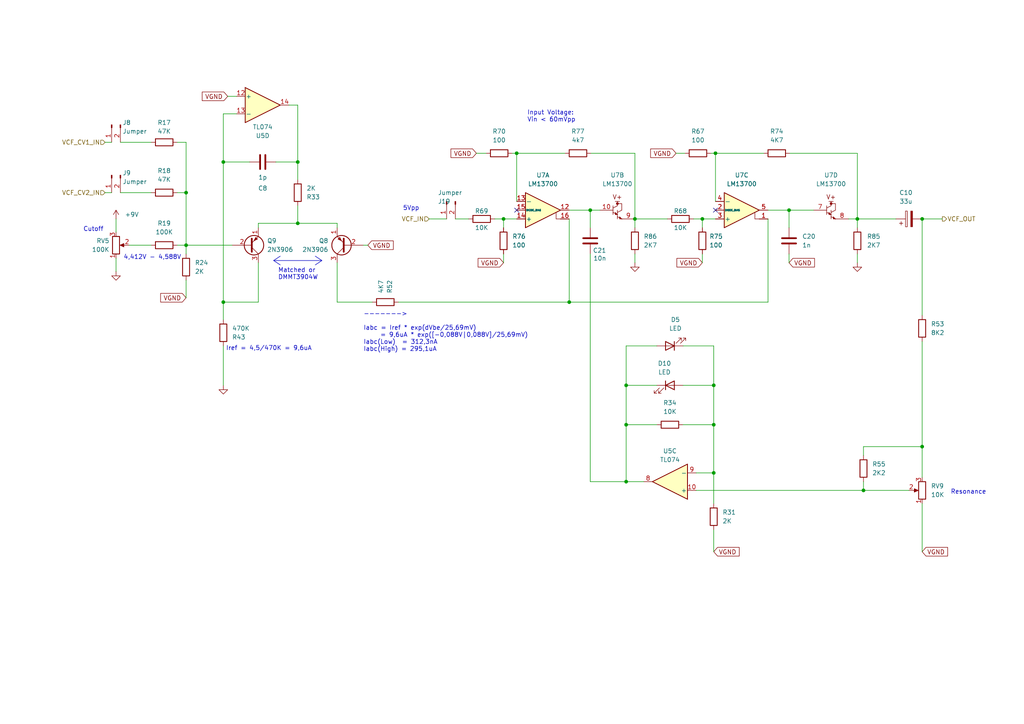
<source format=kicad_sch>
(kicad_sch (version 20230121) (generator eeschema)
  (paper "A4")
  (title_block (title "LivSynth - VCF") (date "2022-07-18") (rev "${Version}") (company "SloBlo Labs"))
  (lib_symbols
    (symbol "Amplifier_Operational:LM13700" (pin_names (offset 0.127))
      (property "Reference" "U" (at 3.81 5.08 0))
      (property "Value" "LM13700" (at 5.08 -5.08 0))
      (symbol "LM13700_1_1"
        (polyline (pts (xy 3.81 -0.635) (xy 3.81 -2.54) (xy 5.08 -2.54)))
        (polyline (pts (xy 5.08 0) (xy -5.08 -5.08) (xy -5.08 5.08) (xy 5.08 0)) (stroke (width 0.254)) (fill (type background)))
        (pin output line (at 7.62 0 180) (length 2.54) (name "~") (number "12"))
        (pin input line (at -7.62 2.54 0) (length 2.54) (name "-") (number "13"))
        (pin input line (at -7.62 -2.54 0) (length 2.54) (name "+") (number "14"))
        (pin input line (at -7.62 0 0) (length 2.54) (name "DIODE_BIAS") (number "15"))
        (pin input line (at 7.62 -2.54 180) (length 2.54) (name "~") (number "16"))
      )
      (symbol "LM13700_2_0"
        (polyline (pts (xy -1.905 2.54) (xy -3.175 2.54)))
      )
      (symbol "LM13700_2_1"
        (circle (center -2.54 1.905) (radius 0.254) (stroke (width 0.254)) (fill (type outline)))
        (polyline (pts (xy -3.81 -0.635) (xy -2.54 -1.27)))
        (polyline (pts (xy -3.81 1.27) (xy -3.81 -1.27)))
        (polyline (pts (xy -2.54 -1.905) (xy -1.27 -2.54)))
        (polyline (pts (xy -2.54 0) (xy -2.54 -2.54)))
        (polyline (pts (xy -3.81 0.635) (xy -2.54 1.27) (xy -2.54 1.905) (xy -2.54 2.54)))
        (polyline (pts (xy -2.54 -1.27) (xy -3.175 -0.635) (xy -3.175 -1.27) (xy -2.54 -1.27)) (fill (type outline)))
        (polyline (pts (xy -2.54 -0.635) (xy -1.27 0) (xy -1.27 1.905) (xy -2.54 1.905)))
        (polyline (pts (xy -1.27 -2.54) (xy -1.905 -1.905) (xy -1.905 -2.54) (xy -1.27 -2.54)) (fill (type outline)))
        (text "V+" (at -2.54 3.81 0) (effects (font (size 1.27 1.27))))
        (pin input line (at -7.62 0 0) (length 3.81) (name "~") (number "10"))
        (pin output line (at 2.54 -2.54 180) (length 3.81) (name "~") (number "9"))
      )
      (symbol "LM13700_3_1"
        (polyline (pts (xy 3.81 -0.635) (xy 3.81 -2.54) (xy 5.08 -2.54)))
        (polyline (pts (xy 5.08 0) (xy -5.08 -5.08) (xy -5.08 5.08) (xy 5.08 0)) (stroke (width 0.254)) (fill (type background)))
        (pin input line (at 7.62 -2.54 180) (length 2.54) (name "~") (number "1"))
        (pin input line (at -7.62 0 0) (length 2.54) (name "DIODE_BIAS") (number "2"))
        (pin input line (at -7.62 -2.54 0) (length 2.54) (name "+") (number "3"))
        (pin input line (at -7.62 2.54 0) (length 2.54) (name "-") (number "4"))
        (pin output line (at 7.62 0 180) (length 2.54) (name "~") (number "5"))
      )
      (symbol "LM13700_4_0"
        (polyline (pts (xy -3.175 2.54) (xy -1.905 2.54)))
        (text "V+" (at -2.54 3.81 0) (effects (font (size 1.27 1.27))))
      )
      (symbol "LM13700_4_1"
        (circle (center -2.54 1.905) (radius 0.254) (stroke (width 0.254)) (fill (type outline)))
        (polyline (pts (xy -3.81 -0.635) (xy -2.54 -1.27)))
        (polyline (pts (xy -3.81 1.27) (xy -3.81 -1.27)))
        (polyline (pts (xy -2.54 -1.905) (xy -1.27 -2.54)))
        (polyline (pts (xy -2.54 0) (xy -2.54 -2.54)))
        (polyline (pts (xy -3.81 0.635) (xy -2.54 1.27) (xy -2.54 2.54)))
        (polyline (pts (xy -2.54 -1.27) (xy -3.175 -0.635) (xy -3.175 -1.27) (xy -2.54 -1.27)) (fill (type outline)))
        (polyline (pts (xy -2.54 -0.635) (xy -1.27 0) (xy -1.27 1.905) (xy -2.54 1.905)))
        (polyline (pts (xy -1.27 -2.54) (xy -1.905 -1.905) (xy -1.905 -2.54) (xy -1.27 -2.54)) (fill (type outline)))
        (pin input line (at -7.62 0 0) (length 3.81) (name "~") (number "7"))
        (pin output line (at 2.54 -2.54 180) (length 3.81) (name "~") (number "8"))
      )
      (symbol "LM13700_5_1"
        (pin power_in line (at -2.54 7.62 270) (length 3.81) (name "V+") (number "11"))
        (pin power_in line (at -2.54 -7.62 90) (length 3.81) (name "V-") (number "6"))
      )
    )
    (symbol "Amplifier_Operational:TL074" (pin_names (offset 0.127))
      (property "Reference" "U" (at 0 5.08 0))
      (property "Value" "TL074" (at 0 -5.08 0))
      (symbol "TL074_1_1"
        (polyline (pts (xy -5.08 5.08) (xy 5.08 0) (xy -5.08 -5.08) (xy -5.08 5.08)) (stroke (width 0.254)) (fill (type background)))
        (pin output line (at 7.62 0 180) (length 2.54) (name "~") (number "1"))
        (pin input line (at -7.62 -2.54 0) (length 2.54) (name "-") (number "2"))
        (pin input line (at -7.62 2.54 0) (length 2.54) (name "+") (number "3"))
      )
      (symbol "TL074_2_1"
        (polyline (pts (xy -5.08 5.08) (xy 5.08 0) (xy -5.08 -5.08) (xy -5.08 5.08)) (stroke (width 0.254)) (fill (type background)))
        (pin input line (at -7.62 2.54 0) (length 2.54) (name "+") (number "5"))
        (pin input line (at -7.62 -2.54 0) (length 2.54) (name "-") (number "6"))
        (pin output line (at 7.62 0 180) (length 2.54) (name "~") (number "7"))
      )
      (symbol "TL074_3_1"
        (polyline (pts (xy -5.08 5.08) (xy 5.08 0) (xy -5.08 -5.08) (xy -5.08 5.08)) (stroke (width 0.254)) (fill (type background)))
        (pin input line (at -7.62 2.54 0) (length 2.54) (name "+") (number "10"))
        (pin output line (at 7.62 0 180) (length 2.54) (name "~") (number "8"))
        (pin input line (at -7.62 -2.54 0) (length 2.54) (name "-") (number "9"))
      )
      (symbol "TL074_4_1"
        (polyline (pts (xy -5.08 5.08) (xy 5.08 0) (xy -5.08 -5.08) (xy -5.08 5.08)) (stroke (width 0.254)) (fill (type background)))
        (pin input line (at -7.62 2.54 0) (length 2.54) (name "+") (number "12"))
        (pin input line (at -7.62 -2.54 0) (length 2.54) (name "-") (number "13"))
        (pin output line (at 7.62 0 180) (length 2.54) (name "~") (number "14"))
      )
      (symbol "TL074_5_1"
        (pin power_in line (at -2.54 -7.62 90) (length 3.81) (name "V-") (number "11"))
        (pin power_in line (at -2.54 7.62 270) (length 3.81) (name "V+") (number "4"))
      )
    )
    (symbol "Connector:Conn_01x02_Male" (pin_names (offset 1.016) hide)
      (property "Reference" "J" (at 0 2.54 0))
      (property "Value" "Conn_01x02_Male" (at 0 -5.08 0))
      (symbol "Conn_01x02_Male_1_1"
        (polyline (pts (xy 1.27 -2.54) (xy 0.8636 -2.54)) (stroke (width 0.1524)))
        (polyline (pts (xy 1.27 0) (xy 0.8636 0)) (stroke (width 0.1524)))
        (rectangle (start 0.8636 -2.413) (end 0 -2.667) (stroke (width 0.1524)) (fill (type outline)))
        (rectangle (start 0.8636 0.127) (end 0 -0.127) (stroke (width 0.1524)) (fill (type outline)))
        (pin passive line (at 5.08 0 180) (length 3.81) (name "Pin_1") (number "1"))
        (pin passive line (at 5.08 -2.54 180) (length 3.81) (name "Pin_2") (number "2"))
      )
    )
    (symbol "Device:C" (pin_numbers hide) (pin_names (offset 0.254))
      (property "Reference" "C" (at 0.635 2.54 0))
      (property "Value" "C" (at 0.635 -2.54 0))
      (symbol "C_0_1"
        (polyline (pts (xy -2.032 -0.762) (xy 2.032 -0.762)) (stroke (width 0.508)))
        (polyline (pts (xy -2.032 0.762) (xy 2.032 0.762)) (stroke (width 0.508)))
      )
      (symbol "C_1_1"
        (pin passive line (at 0 3.81 270) (length 2.794) (name "~") (number "1"))
        (pin passive line (at 0 -3.81 90) (length 2.794) (name "~") (number "2"))
      )
    )
    (symbol "Device:C_Polarized" (pin_numbers hide) (pin_names (offset 0.254))
      (property "Reference" "C" (at 0.635 2.54 0))
      (property "Value" "C_Polarized" (at 0.635 -2.54 0))
      (symbol "C_Polarized_0_1"
        (rectangle (start -2.286 0.508) (end 2.286 1.016))
        (polyline (pts (xy -1.778 2.286) (xy -0.762 2.286)))
        (polyline (pts (xy -1.27 2.794) (xy -1.27 1.778)))
        (rectangle (start 2.286 -0.508) (end -2.286 -1.016) (fill (type outline)))
      )
      (symbol "C_Polarized_1_1"
        (pin passive line (at 0 3.81 270) (length 2.794) (name "~") (number "1"))
        (pin passive line (at 0 -3.81 90) (length 2.794) (name "~") (number "2"))
      )
    )
    (symbol "Device:LED" (pin_numbers hide) (pin_names (offset 1.016) hide)
      (property "Reference" "D" (at 0 2.54 0))
      (property "Value" "LED" (at 0 -2.54 0))
      (symbol "LED_0_1"
        (polyline (pts (xy -1.27 -1.27) (xy -1.27 1.27)) (stroke (width 0.254)))
        (polyline (pts (xy -1.27 0) (xy 1.27 0)))
        (polyline (pts (xy 1.27 -1.27) (xy 1.27 1.27) (xy -1.27 0) (xy 1.27 -1.27)) (stroke (width 0.254)))
        (polyline (pts (xy -3.048 -0.762) (xy -4.572 -2.286) (xy -3.81 -2.286) (xy -4.572 -2.286) (xy -4.572 -1.524)))
        (polyline (pts (xy -1.778 -0.762) (xy -3.302 -2.286) (xy -2.54 -2.286) (xy -3.302 -2.286) (xy -3.302 -1.524)))
      )
      (symbol "LED_1_1"
        (pin passive line (at -3.81 0 0) (length 2.54) (name "K") (number "1"))
        (pin passive line (at 3.81 0 180) (length 2.54) (name "A") (number "2"))
      )
    )
    (symbol "Device:R" (pin_numbers hide) (pin_names (offset 0))
      (property "Reference" "R" (at 2.032 0 90))
      (property "Value" "R" (at 0 0 90))
      (symbol "R_0_1"
        (rectangle (start -1.016 -2.54) (end 1.016 2.54) (stroke (width 0.254)))
      )
      (symbol "R_1_1"
        (pin passive line (at 0 3.81 270) (length 1.27) (name "~") (number "1"))
        (pin passive line (at 0 -3.81 90) (length 1.27) (name "~") (number "2"))
      )
    )
    (symbol "Device:R_Potentiometer" (pin_names (offset 1.016) hide)
      (property "Reference" "RV" (at -4.445 0 90))
      (property "Value" "R_Potentiometer" (at -2.54 0 90))
      (symbol "R_Potentiometer_0_1"
        (polyline (pts (xy 2.54 0) (xy 1.524 0)))
        (polyline (pts (xy 1.143 0) (xy 2.286 0.508) (xy 2.286 -0.508) (xy 1.143 0)) (fill (type outline)))
        (rectangle (start 1.016 2.54) (end -1.016 -2.54) (stroke (width 0.254)))
      )
      (symbol "R_Potentiometer_1_1"
        (pin passive line (at 0 3.81 270) (length 1.27) (name "1") (number "1"))
        (pin passive line (at 3.81 0 180) (length 1.27) (name "2") (number "2"))
        (pin passive line (at 0 -3.81 90) (length 1.27) (name "3") (number "3"))
      )
    )
    (symbol "Transistor_BJT:2N3906" (pin_names (offset 0) hide)
      (property "Reference" "Q" (at 5.08 1.905 0))
      (property "Value" "2N3906" (at 5.08 0 0))
      (symbol "2N3906_0_1"
        (polyline (pts (xy 0.635 0.635) (xy 2.54 2.54)))
        (polyline (pts (xy 0.635 -0.635) (xy 2.54 -2.54) (xy 2.54 -2.54)))
        (polyline (pts (xy 0.635 1.905) (xy 0.635 -1.905) (xy 0.635 -1.905)) (stroke (width 0.508)))
        (polyline (pts (xy 2.286 -1.778) (xy 1.778 -2.286) (xy 1.27 -1.27) (xy 2.286 -1.778) (xy 2.286 -1.778)) (fill (type outline)))
        (circle (center 1.27 0) (radius 2.8194) (stroke (width 0.254)))
      )
      (symbol "2N3906_1_1"
        (pin passive line (at 2.54 -5.08 90) (length 2.54) (name "E") (number "1"))
        (pin input line (at -5.08 0 0) (length 5.715) (name "B") (number "2"))
        (pin passive line (at 2.54 5.08 270) (length 2.54) (name "C") (number "3"))
      )
    )
    (symbol "power:+9V" (power) (pin_names (offset 0))
      (property "Value" "+9V" (at 0 3.556 0))
      (symbol "+9V_0_1"
        (polyline (pts (xy -0.762 1.27) (xy 0 2.54)))
        (polyline (pts (xy 0 0) (xy 0 2.54)))
        (polyline (pts (xy 0 2.54) (xy 0.762 1.27)))
      )
      (symbol "+9V_1_1"
        (pin power_in line (at 0 0 90) (length 0) hide (name "+9V") (number "1"))
      )
    )
    (symbol "power:GND" (power) (pin_names (offset 0))
      (property "Value" "GND" (at 0 -3.81 0))
      (symbol "GND_0_1"
        (polyline (pts (xy 0 0) (xy 0 -1.27) (xy 1.27 -1.27) (xy 0 -2.54) (xy -1.27 -1.27) (xy 0 -1.27)))
      )
      (symbol "GND_1_1"
        (pin power_in line (at 0 0 270) (length 0) hide (name "GND") (number "1"))
      )
    )
  )
  (junction (at 207.518 44.45))
  (junction (at 149.86 44.45))
  (junction (at 181.61 111.76))
  (junction (at 207.01 137.16))
  (junction (at 165.1 87.63))
  (junction (at 184.15 63.5))
  (junction (at 86.36 64.77))
  (junction (at 207.01 111.76))
  (junction (at 207.01 123.19))
  (junction (at 181.61 139.7))
  (junction (at 53.975 71.12))
  (junction (at 64.77 46.99))
  (junction (at 53.975 55.88))
  (junction (at 171.196 60.96))
  (junction (at 86.36 46.99))
  (junction (at 203.708 63.5))
  (junction (at 267.462 63.5))
  (junction (at 267.462 129.54))
  (junction (at 181.61 123.19))
  (junction (at 228.854 60.96))
  (junction (at 64.77 87.63))
  (junction (at 250.444 142.24))
  (junction (at 146.05 63.5))
  (junction (at 248.666 63.5))
  (no_connect (at 149.86 60.96))
  (no_connect (at 207.518 60.96))
  (wire (pts (xy 171.45 44.45) (xy 184.15 44.45)))
  (wire (pts (xy 181.61 139.7) (xy 186.69 139.7)))
  (wire (pts (xy 190.5 111.76) (xy 181.61 111.76)))
  (wire (pts (xy 97.79 87.63) (xy 107.95 87.63)))
  (wire (pts (xy 207.01 123.19) (xy 207.01 137.16)))
  (wire (pts (xy 66.04 27.94) (xy 68.58 27.94)))
  (wire (pts (xy 34.925 55.88) (xy 43.815 55.88)))
  (wire (pts (xy 165.1 87.63) (xy 165.1 63.5)))
  (wire (pts (xy 64.77 33.02) (xy 68.58 33.02)))
  (wire (pts (xy 203.708 63.5) (xy 203.708 66.04)))
  (wire (pts (xy 267.462 146.05) (xy 267.462 160.02)))
  (wire (pts (xy 64.77 87.63) (xy 64.77 46.99)))
  (wire (pts (xy 53.975 81.28) (xy 53.975 86.36)))
  (wire (pts (xy 115.57 87.63) (xy 165.1 87.63)))
  (wire (pts (xy 51.435 71.12) (xy 53.975 71.12)))
  (wire (pts (xy 196.088 44.45) (xy 198.628 44.45)))
  (wire (pts (xy 86.36 64.77) (xy 86.36 59.69)))
  (wire (pts (xy 97.79 76.2) (xy 97.79 87.63)))
  (polyline (pts (xy 91.44 76.835) (xy 93.345 75.565)))
  (wire (pts (xy 228.854 66.04) (xy 228.854 60.96)))
  (wire (pts (xy 64.77 46.99) (xy 64.77 33.02)))
  (wire (pts (xy 171.196 60.96) (xy 173.99 60.96)))
  (wire (pts (xy 184.15 66.04) (xy 184.15 63.5)))
  (wire (pts (xy 80.01 46.99) (xy 86.36 46.99)))
  (wire (pts (xy 132.08 63.5) (xy 135.89 63.5)))
  (wire (pts (xy 51.435 41.275) (xy 53.975 41.275)))
  (wire (pts (xy 105.41 71.12) (xy 106.68 71.12)))
  (wire (pts (xy 198.12 123.19) (xy 207.01 123.19)))
  (wire (pts (xy 74.93 87.63) (xy 74.93 76.2)))
  (wire (pts (xy 207.01 100.33) (xy 207.01 111.76)))
  (wire (pts (xy 51.435 55.88) (xy 53.975 55.88)))
  (wire (pts (xy 64.77 46.99) (xy 72.39 46.99)))
  (wire (pts (xy 86.36 30.48) (xy 86.36 46.99)))
  (wire (pts (xy 198.12 111.76) (xy 207.01 111.76)))
  (wire (pts (xy 203.708 63.5) (xy 207.518 63.5)))
  (wire (pts (xy 201.93 142.24) (xy 250.444 142.24)))
  (wire (pts (xy 53.975 41.275) (xy 53.975 55.88)))
  (wire (pts (xy 181.61 111.76) (xy 181.61 123.19)))
  (polyline (pts (xy 81.28 74.295) (xy 79.375 75.565)))
  (wire (pts (xy 250.444 142.24) (xy 263.652 142.24)))
  (wire (pts (xy 203.708 73.66) (xy 203.708 76.2)))
  (wire (pts (xy 267.462 63.5) (xy 267.462 91.44)))
  (wire (pts (xy 74.93 66.04) (xy 74.93 64.77)))
  (polyline (pts (xy 79.375 75.565) (xy 81.28 76.835)))
  (wire (pts (xy 33.655 74.93) (xy 33.655 78.74)))
  (polyline (pts (xy 91.44 74.295) (xy 93.345 75.565)))
  (wire (pts (xy 267.462 99.06) (xy 267.462 129.54)))
  (wire (pts (xy 165.1 60.96) (xy 171.196 60.96)))
  (wire (pts (xy 228.854 73.66) (xy 228.854 76.2)))
  (wire (pts (xy 206.248 44.45) (xy 207.518 44.45)))
  (wire (pts (xy 30.48 41.275) (xy 32.385 41.275)))
  (wire (pts (xy 190.5 100.33) (xy 181.61 100.33)))
  (wire (pts (xy 97.79 64.77) (xy 97.79 66.04)))
  (wire (pts (xy 165.1 87.63) (xy 222.758 87.63)))
  (wire (pts (xy 171.196 60.96) (xy 171.196 66.04)))
  (wire (pts (xy 267.462 63.5) (xy 273.304 63.5)))
  (wire (pts (xy 53.975 71.12) (xy 53.975 73.66)))
  (wire (pts (xy 207.01 146.05) (xy 207.01 137.16)))
  (wire (pts (xy 250.444 129.54) (xy 250.444 132.08)))
  (wire (pts (xy 86.36 64.77) (xy 97.79 64.77)))
  (wire (pts (xy 248.666 63.5) (xy 248.666 66.04)))
  (wire (pts (xy 146.05 73.66) (xy 146.05 76.2)))
  (wire (pts (xy 149.86 44.45) (xy 163.83 44.45)))
  (wire (pts (xy 30.48 55.88) (xy 32.385 55.88)))
  (wire (pts (xy 64.77 111.76) (xy 64.77 100.33)))
  (wire (pts (xy 149.86 58.42) (xy 149.86 44.45)))
  (wire (pts (xy 53.975 55.88) (xy 53.975 71.12)))
  (wire (pts (xy 190.5 123.19) (xy 181.61 123.19)))
  (wire (pts (xy 33.655 63.5) (xy 33.655 67.31)))
  (wire (pts (xy 64.77 87.63) (xy 74.93 87.63)))
  (wire (pts (xy 184.15 73.66) (xy 184.15 76.2)))
  (wire (pts (xy 146.05 63.5) (xy 149.86 63.5)))
  (wire (pts (xy 207.518 44.45) (xy 221.488 44.45)))
  (wire (pts (xy 207.01 137.16) (xy 201.93 137.16)))
  (wire (pts (xy 138.176 44.45) (xy 140.97 44.45)))
  (wire (pts (xy 246.126 63.5) (xy 248.666 63.5)))
  (wire (pts (xy 74.93 64.77) (xy 86.36 64.77)))
  (wire (pts (xy 248.666 73.66) (xy 248.666 76.2)))
  (wire (pts (xy 34.925 41.275) (xy 43.815 41.275)))
  (wire (pts (xy 207.01 111.76) (xy 207.01 123.19)))
  (wire (pts (xy 37.465 71.12) (xy 43.815 71.12)))
  (wire (pts (xy 198.12 100.33) (xy 207.01 100.33)))
  (wire (pts (xy 83.82 30.48) (xy 86.36 30.48)))
  (wire (pts (xy 124.46 63.5) (xy 129.54 63.5)))
  (wire (pts (xy 228.854 60.96) (xy 222.758 60.96)))
  (wire (pts (xy 143.51 63.5) (xy 146.05 63.5)))
  (wire (pts (xy 228.854 60.96) (xy 235.966 60.96)))
  (wire (pts (xy 248.666 44.45) (xy 248.666 63.5)))
  (wire (pts (xy 184.15 44.45) (xy 184.15 63.5)))
  (wire (pts (xy 229.108 44.45) (xy 248.666 44.45)))
  (wire (pts (xy 207.518 58.42) (xy 207.518 44.45)))
  (wire (pts (xy 148.59 44.45) (xy 149.86 44.45)))
  (wire (pts (xy 207.01 153.67) (xy 207.01 160.02)))
  (wire (pts (xy 201.168 63.5) (xy 203.708 63.5)))
  (wire (pts (xy 250.444 139.7) (xy 250.444 142.24)))
  (wire (pts (xy 171.196 73.66) (xy 171.196 139.7)))
  (wire (pts (xy 248.666 63.5) (xy 259.842 63.5)))
  (wire (pts (xy 171.196 139.7) (xy 181.61 139.7)))
  (wire (pts (xy 267.462 129.54) (xy 267.462 138.43)))
  (polyline (pts (xy 79.375 75.565) (xy 93.345 75.565)))
  (wire (pts (xy 250.444 129.54) (xy 267.462 129.54)))
  (wire (pts (xy 64.77 92.71) (xy 64.77 87.63)))
  (wire (pts (xy 181.61 123.19) (xy 181.61 139.7)))
  (wire (pts (xy 146.05 66.04) (xy 146.05 63.5)))
  (wire (pts (xy 222.758 63.5) (xy 222.758 87.63)))
  (wire (pts (xy 86.36 46.99) (xy 86.36 52.07)))
  (wire (pts (xy 184.15 63.5) (xy 193.548 63.5)))
  (wire (pts (xy 53.975 71.12) (xy 67.31 71.12)))
  (wire (pts (xy 181.61 100.33) (xy 181.61 111.76)))
  (text "Iref = 4,5/470K = 9,6uA" (at 65.532 101.854 0) (effects (font (size 1.27 1.27)) (justify left bottom)))
  (text "5Vpp" (at 116.84 61.214 0) (effects (font (size 1.27 1.27)) (justify left bottom)))
  (text "4,412V - 4,588V" (at 35.814 75.438 0) (effects (font (size 1.27 1.27)) (justify left bottom)))
  (text "------->\n\nIabc = Iref * exp(dVbe/25,69mV)\n     = 9,6uA * exp([-0,088V|0,088V]/25,69mV)\nIabc(Low)  = 312,3nA\nIabc(High) = 295,1uA" (at 105.41 102.108 0) (effects (font (size 1.27 1.27)) (justify left bottom)))
  (text "Input Voltage:\nVin < 60mVpp" (at 152.908 35.56 0) (effects (font (size 1.27 1.27)) (justify left bottom)))
  (text "Resonance" (at 275.717 143.51 0) (effects (font (size 1.27 1.27)) (justify left bottom)))
  (text "Cutoff" (at 24.13 67.31 0) (effects (font (size 1.27 1.27)) (justify left bottom)))
  (text "Matched or\nDMMT3904W" (at 80.645 81.28 0) (effects (font (size 1.27 1.27)) (justify left bottom)))
  (global_label "VGND" (shape input) (at 203.708 76.2 180) (property "Intersheetrefs" "${INTERSHEET_REFS}" (effects hide)))
  (global_label "VGND" (shape input) (at 138.176 44.45 180) (property "Intersheetrefs" "${INTERSHEET_REFS}" (effects hide)))
  (global_label "VGND" (shape input) (at 228.854 76.2 0) (property "Intersheetrefs" "${INTERSHEET_REFS}" (effects hide)))
  (global_label "VGND" (shape input) (at 146.05 76.2 180) (property "Intersheetrefs" "${INTERSHEET_REFS}" (effects hide)))
  (global_label "VGND" (shape input) (at 66.04 27.94 180) (property "Intersheetrefs" "${INTERSHEET_REFS}" (effects hide)))
  (global_label "VGND" (shape input) (at 53.975 86.36 180) (property "Intersheetrefs" "${INTERSHEET_REFS}" (effects hide)))
  (global_label "VGND" (shape input) (at 267.462 160.02 0) (property "Intersheetrefs" "${INTERSHEET_REFS}" (effects hide)))
  (global_label "VGND" (shape input) (at 196.088 44.45 180) (property "Intersheetrefs" "${INTERSHEET_REFS}" (effects hide)))
  (global_label "VGND" (shape input) (at 106.68 71.12 0) (property "Intersheetrefs" "${INTERSHEET_REFS}" (effects hide)))
  (global_label "VGND" (shape input) (at 207.01 160.02 0) (property "Intersheetrefs" "${INTERSHEET_REFS}" (effects hide)))
  (hierarchical_label "VCF_IN" (shape input) (at 124.46 63.5 180))
  (hierarchical_label "VCF_OUT" (shape output) (at 273.304 63.5 0))
  (hierarchical_label "VCF_CV1_IN" (shape input) (at 30.48 41.275 180))
  (hierarchical_label "VCF_CV2_IN" (shape input) (at 30.48 55.88 180))
  (symbol (lib_id "Device:R_Potentiometer") (at 33.655 71.12 0) (mirror x) (unit 1)
    (property "Reference" "RV5" (at 31.75 69.8499 0) (effects (justify right)))
    (property "Value" "100K" (at 31.75 72.3899 0) (effects (justify right)))
    (property "Footprint" "SloBlo:RV141F-40-20BL" (effects hide))
  )
  (symbol (lib_id "power:GND") (at 248.666 76.2 0) (unit 1)
    (property "Reference" "#PWR053" (effects hide))
    (property "Value" "GND" (effects hide))
  )
  (symbol (lib_id "Device:R") (at 47.625 41.275 90) (unit 1)
    (property "Reference" "R17" (at 47.625 35.56 90))
    (property "Value" "47K" (at 47.625 38.1 90))
    (property "Footprint" "Resistor_THT:R_Axial_DIN0207_L6.3mm_D2.5mm_P7.62mm_Horizontal" (effects hide))
  )
  (symbol (lib_id "Device:C_Polarized") (at 263.652 63.5 90) (unit 1)
    (property "Reference" "C10" (at 262.763 55.88 90))
    (property "Value" "33u" (at 262.763 58.42 90))
    (property "Footprint" "Capacitor_THT:CP_Radial_D8.0mm_P3.50mm" (effects hide))
  )
  (symbol (lib_id "Device:C") (at 76.2 46.99 90) (mirror x) (unit 1)
    (property "Reference" "C8" (at 76.2 54.61 90))
    (property "Value" "1p" (at 76.2 51.435 90))
    (property "Footprint" "Capacitor_THT:C_Disc_D3.0mm_W1.6mm_P2.50mm" (effects hide))
  )
  (symbol (lib_id "Device:LED") (at 194.31 100.33 180) (unit 1)
    (property "Reference" "D5" (at 195.8975 92.71 0))
    (property "Value" "LED" (at 195.8975 95.25 0))
    (property "Footprint" "LED_THT:LED_D5.0mm" (effects hide))
  )
  (symbol (lib_id "Device:R") (at 111.76 87.63 270) (mirror x) (unit 1)
    (property "Reference" "R52" (at 113.0301 85.09 0) (effects (justify left)))
    (property "Value" "4K7" (at 110.49 85.09 0) (effects (justify left)))
    (property "Footprint" "Resistor_THT:R_Axial_DIN0207_L6.3mm_D2.5mm_P7.62mm_Horizontal" (effects hide))
  )
  (symbol (lib_id "Amplifier_Operational:TL074") (at 76.2 30.48 0) (unit 4)
    (property "Reference" "U5" (at 76.2 39.37 0))
    (property "Value" "TL074" (at 76.2 36.83 0))
    (property "Footprint" "Package_SO:SOIC-14_3.9x8.7mm_P1.27mm" (effects hide))
    (property "Datasheet" "http://www.ti.com/lit/ds/symlink/tl071.pdf" (effects hide))
    (property "LCSC" "C2057504" (effects hide))
  )
  (symbol (lib_id "Device:R") (at 139.7 63.5 90) (unit 1)
    (property "Reference" "R69" (at 139.7 61.214 90))
    (property "Value" "10K" (at 139.7 66.04 90))
    (property "Footprint" "Resistor_THT:R_Axial_DIN0207_L6.3mm_D2.5mm_P7.62mm_Horizontal" (effects hide))
  )
  (symbol (lib_id "Transistor_BJT:2N3906") (at 100.33 71.12 180) (unit 1)
    (property "Reference" "Q8" (at 95.25 69.8499 0) (effects (justify left)))
    (property "Value" "2N3906" (at 95.25 72.3899 0) (effects (justify left)))
    (property "Footprint" "Package_TO_SOT_THT:TO-92_Inline" (effects hide))
    (property "Datasheet" "https://www.onsemi.com/pub/Collateral/2N3906-D.PDF" (effects hide))
  )
  (symbol (lib_id "power:+9V") (at 33.655 63.5 0) (mirror y) (unit 1)
    (property "Reference" "#PWR051" (effects hide))
    (property "Value" "+9V" (at 36.195 62.2299 0) (effects (justify right)))
  )
  (symbol (lib_id "Device:R") (at 250.444 135.89 0) (unit 1)
    (property "Reference" "R55" (at 252.984 134.6199 0) (effects (justify left)))
    (property "Value" "2K2" (at 252.984 137.1599 0) (effects (justify left)))
    (property "Footprint" "Resistor_THT:R_Axial_DIN0207_L6.3mm_D2.5mm_P7.62mm_Horizontal" (effects hide))
  )
  (symbol (lib_id "Connector:Conn_01x02_Male") (at 129.54 58.42 90) (mirror x) (unit 1)
    (property "Reference" "J19" (at 127 58.42 90) (effects (justify right)))
    (property "Value" "Jumper" (at 127 55.88 90) (effects (justify right)))
    (property "Footprint" "Connector_PinHeader_2.54mm:PinHeader_1x02_P2.54mm_Vertical" (effects hide))
  )
  (symbol (lib_id "Device:C") (at 171.196 69.85 0) (unit 1)
    (property "Reference" "C21" (at 171.958 72.644 0) (effects (justify left)))
    (property "Value" "10n" (at 172.085 74.93 0) (effects (justify left)))
    (property "Footprint" "Capacitor_THT:C_Rect_L7.2mm_W2.5mm_P5.00mm_FKS2_FKP2_MKS2_MKP2" (effects hide))
  )
  (symbol (lib_id "Device:R") (at 225.298 44.45 90) (unit 1)
    (property "Reference" "R74" (at 225.298 38.1 90))
    (property "Value" "4K7" (at 225.298 40.64 90))
    (property "Footprint" "Resistor_THT:R_Axial_DIN0207_L6.3mm_D2.5mm_P7.62mm_Horizontal" (effects hide))
  )
  (symbol (lib_id "Device:R") (at 47.625 55.88 90) (unit 1)
    (property "Reference" "R18" (at 47.625 49.53 90))
    (property "Value" "47K" (at 47.625 52.07 90))
    (property "Footprint" "Resistor_THT:R_Axial_DIN0207_L6.3mm_D2.5mm_P7.62mm_Horizontal" (effects hide))
  )
  (symbol (lib_id "Device:R") (at 194.31 123.19 90) (unit 1)
    (property "Reference" "R34" (at 194.31 116.84 90))
    (property "Value" "10K" (at 194.31 119.38 90))
    (property "Footprint" "Resistor_THT:R_Axial_DIN0207_L6.3mm_D2.5mm_P7.62mm_Horizontal" (effects hide))
  )
  (symbol (lib_id "Device:R") (at 202.438 44.45 270) (unit 1)
    (property "Reference" "R67" (at 202.438 38.1 90))
    (property "Value" "100" (at 202.438 40.64 90))
    (property "Footprint" "Resistor_THT:R_Axial_DIN0207_L6.3mm_D2.5mm_P7.62mm_Horizontal" (effects hide))
  )
  (symbol (lib_id "Device:R") (at 203.708 69.85 180) (unit 1)
    (property "Reference" "R75" (at 205.74 68.5799 0) (effects (justify right)))
    (property "Value" "100" (at 205.74 71.1199 0) (effects (justify right)))
    (property "Footprint" "Resistor_THT:R_Axial_DIN0207_L6.3mm_D2.5mm_P7.62mm_Horizontal" (effects hide))
  )
  (symbol (lib_id "Amplifier_Operational:LM13700") (at 243.586 60.96 0) (unit 4)
    (property "Reference" "U7" (at 241.046 50.8 0))
    (property "Value" "LM13700" (at 241.046 53.34 0))
    (property "Footprint" "Package_SO:SOP-16_3.9x9.9mm_P1.27mm" (effects hide))
    (property "Datasheet" "http://www.ti.com/lit/ds/symlink/lm13700.pdf" (effects hide))
    (property "LCSC" "C4370932" (effects hide))
  )
  (symbol (lib_id "Connector:Conn_01x02_Male") (at 32.385 36.195 90) (mirror x) (unit 1)
    (property "Reference" "J8" (at 35.56 35.56 90) (effects (justify right)))
    (property "Value" "Jumper" (at 35.56 38.1 90) (effects (justify right)))
    (property "Footprint" "Connector_PinHeader_2.54mm:PinHeader_1x02_P2.54mm_Vertical" (effects hide))
  )
  (symbol (lib_id "Device:R") (at 197.358 63.5 90) (unit 1)
    (property "Reference" "R68" (at 197.358 61.214 90))
    (property "Value" "10K" (at 197.358 66.04 90))
    (property "Footprint" "Resistor_THT:R_Axial_DIN0207_L6.3mm_D2.5mm_P7.62mm_Horizontal" (effects hide))
  )
  (symbol (lib_id "Device:C") (at 228.854 69.85 0) (unit 1)
    (property "Reference" "C20" (at 232.664 68.5799 0) (effects (justify left)))
    (property "Value" "1n" (at 232.664 71.1199 0) (effects (justify left)))
    (property "Footprint" "Capacitor_THT:C_Rect_L7.2mm_W2.5mm_P5.00mm_FKS2_FKP2_MKS2_MKP2" (effects hide))
  )
  (symbol (lib_id "Connector:Conn_01x02_Male") (at 32.385 50.8 90) (mirror x) (unit 1)
    (property "Reference" "J9" (at 35.56 50.165 90) (effects (justify right)))
    (property "Value" "Jumper" (at 35.56 52.705 90) (effects (justify right)))
    (property "Footprint" "Connector_PinHeader_2.54mm:PinHeader_1x02_P2.54mm_Vertical" (effects hide))
  )
  (symbol (lib_id "Device:R") (at 146.05 69.85 180) (unit 1)
    (property "Reference" "R76" (at 148.59 68.5799 0) (effects (justify right)))
    (property "Value" "100" (at 148.59 71.1199 0) (effects (justify right)))
    (property "Footprint" "Resistor_THT:R_Axial_DIN0207_L6.3mm_D2.5mm_P7.62mm_Horizontal" (effects hide))
  )
  (symbol (lib_id "Device:R") (at 184.15 69.85 180) (unit 1)
    (property "Reference" "R86" (at 186.69 68.5799 0) (effects (justify right)))
    (property "Value" "2K7" (at 186.69 71.1199 0) (effects (justify right)))
    (property "Footprint" "Resistor_THT:R_Axial_DIN0207_L6.3mm_D2.5mm_P7.62mm_Horizontal" (effects hide))
  )
  (symbol (lib_id "Device:R") (at 248.666 69.85 180) (unit 1)
    (property "Reference" "R85" (at 251.46 68.5799 0) (effects (justify right)))
    (property "Value" "2K7" (at 251.46 71.1199 0) (effects (justify right)))
    (property "Footprint" "Resistor_THT:R_Axial_DIN0207_L6.3mm_D2.5mm_P7.62mm_Horizontal" (effects hide))
  )
  (symbol (lib_id "power:GND") (at 33.655 78.74 0) (unit 1)
    (property "Reference" "#PWR054" (effects hide))
    (property "Value" "GND" (effects hide))
  )
  (symbol (lib_id "Amplifier_Operational:LM13700") (at 181.61 60.96 0) (unit 2)
    (property "Reference" "U7" (at 179.07 50.8 0))
    (property "Value" "LM13700" (at 179.07 53.34 0))
    (property "Footprint" "Package_SO:SOP-16_3.9x9.9mm_P1.27mm" (effects hide))
    (property "Datasheet" "http://www.ti.com/lit/ds/symlink/lm13700.pdf" (effects hide))
    (property "LCSC" "C4370932" (effects hide))
  )
  (symbol (lib_id "power:GND") (at 184.15 76.2 0) (unit 1)
    (property "Reference" "#PWR052" (effects hide))
    (property "Value" "GND" (effects hide))
  )
  (symbol (lib_id "Device:R") (at 47.625 71.12 90) (unit 1)
    (property "Reference" "R19" (at 47.625 64.77 90))
    (property "Value" "100K" (at 47.625 67.31 90))
    (property "Footprint" "Resistor_THT:R_Axial_DIN0207_L6.3mm_D2.5mm_P7.62mm_Horizontal" (effects hide))
  )
  (symbol (lib_id "Device:R") (at 86.36 55.88 0) (mirror x) (unit 1)
    (property "Reference" "R33" (at 88.9 57.1501 0) (effects (justify left)))
    (property "Value" "2K" (at 88.9 54.6101 0) (effects (justify left)))
    (property "Footprint" "Resistor_THT:R_Axial_DIN0207_L6.3mm_D2.5mm_P7.62mm_Horizontal" (effects hide))
  )
  (symbol (lib_id "Device:LED") (at 194.31 111.76 0) (unit 1)
    (property "Reference" "D10" (at 192.7225 105.41 0))
    (property "Value" "LED" (at 192.7225 107.95 0))
    (property "Footprint" "LED_THT:LED_D5.0mm" (effects hide))
  )
  (symbol (lib_id "Device:R") (at 64.77 96.52 0) (mirror x) (unit 1)
    (property "Reference" "R43" (at 67.31 97.7901 0) (effects (justify left)))
    (property "Value" "470K" (at 67.31 95.25 0) (effects (justify left)))
    (property "Footprint" "Resistor_THT:R_Axial_DIN0207_L6.3mm_D2.5mm_P7.62mm_Horizontal" (effects hide))
  )
  (symbol (lib_id "Device:R") (at 207.01 149.86 0) (unit 1)
    (property "Reference" "R31" (at 209.55 148.5899 0) (effects (justify left)))
    (property "Value" "2K" (at 209.55 151.1299 0) (effects (justify left)))
    (property "Footprint" "Resistor_THT:R_Axial_DIN0207_L6.3mm_D2.5mm_P7.62mm_Horizontal" (effects hide))
  )
  (symbol (lib_id "power:GND") (at 64.77 111.76 0) (unit 1)
    (property "Reference" "#PWR055" (effects hide))
    (property "Value" "GND" (effects hide))
  )
  (symbol (lib_id "Device:R") (at 53.975 77.47 0) (unit 1)
    (property "Reference" "R24" (at 56.515 76.1999 0) (effects (justify left)))
    (property "Value" "2K" (at 56.515 78.7399 0) (effects (justify left)))
    (property "Footprint" "Resistor_THT:R_Axial_DIN0207_L6.3mm_D2.5mm_P7.62mm_Horizontal" (effects hide))
  )
  (symbol (lib_id "Device:R_Potentiometer") (at 267.462 142.24 180) (unit 1)
    (property "Reference" "RV9" (at 270.002 140.9699 0) (effects (justify right)))
    (property "Value" "10K" (at 270.002 143.5099 0) (effects (justify right)))
    (property "Footprint" "SloBlo:RV141F-40-20BL" (effects hide))
  )
  (symbol (lib_id "Device:R") (at 144.78 44.45 270) (unit 1)
    (property "Reference" "R70" (at 144.78 38.1 90))
    (property "Value" "100" (at 144.78 40.64 90))
    (property "Footprint" "Resistor_THT:R_Axial_DIN0207_L6.3mm_D2.5mm_P7.62mm_Horizontal" (effects hide))
  )
  (symbol (lib_id "Amplifier_Operational:TL074") (at 194.31 139.7 180) (unit 3)
    (property "Reference" "U5" (at 194.31 130.81 0))
    (property "Value" "TL074" (at 194.31 133.35 0))
    (property "Footprint" "Package_SO:SOIC-14_3.9x8.7mm_P1.27mm" (effects hide))
    (property "Datasheet" "http://www.ti.com/lit/ds/symlink/tl071.pdf" (effects hide))
    (property "LCSC" "C2057504" (effects hide))
  )
  (symbol (lib_id "Amplifier_Operational:LM13700") (at 157.48 60.96 0) (unit 1)
    (property "Reference" "U7" (at 157.48 50.8 0))
    (property "Value" "LM13700" (at 157.48 53.34 0))
    (property "Footprint" "Package_SO:SOP-16_3.9x9.9mm_P1.27mm" (effects hide))
    (property "Datasheet" "http://www.ti.com/lit/ds/symlink/lm13700.pdf" (effects hide))
    (property "LCSC" "C4370932" (effects hide))
  )
  (symbol (lib_id "Transistor_BJT:2N3906") (at 72.39 71.12 0) (mirror x) (unit 1)
    (property "Reference" "Q9" (at 77.47 69.8499 0) (effects (justify left)))
    (property "Value" "2N3906" (at 77.47 72.3899 0) (effects (justify left)))
    (property "Footprint" "Package_TO_SOT_THT:TO-92_Inline" (effects hide))
    (property "Datasheet" "https://www.onsemi.com/pub/Collateral/2N3906-D.PDF" (effects hide))
  )
  (symbol (lib_id "Device:R") (at 167.64 44.45 90) (unit 1)
    (property "Reference" "R77" (at 167.64 38.1 90))
    (property "Value" "4k7" (at 167.64 40.64 90))
    (property "Footprint" "Resistor_THT:R_Axial_DIN0207_L6.3mm_D2.5mm_P7.62mm_Horizontal" (effects hide))
  )
  (symbol (lib_id "Amplifier_Operational:LM13700") (at 215.138 60.96 0) (unit 3)
    (property "Reference" "U7" (at 215.138 50.8 0))
    (property "Value" "LM13700" (at 215.138 53.34 0))
    (property "Footprint" "Package_SO:SOP-16_3.9x9.9mm_P1.27mm" (effects hide))
    (property "Datasheet" "http://www.ti.com/lit/ds/symlink/lm13700.pdf" (effects hide))
    (property "LCSC" "C4370932" (effects hide))
  )
  (symbol (lib_id "Device:R") (at 267.462 95.25 0) (unit 1)
    (property "Reference" "R53" (at 270.002 93.9799 0) (effects (justify left)))
    (property "Value" "8K2" (at 270.002 96.5199 0) (effects (justify left)))
    (property "Footprint" "Resistor_THT:R_Axial_DIN0207_L6.3mm_D2.5mm_P7.62mm_Horizontal" (effects hide))
  )
)
</source>
